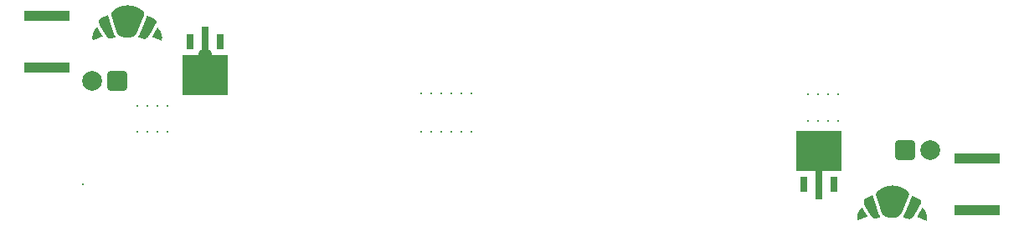
<source format=gbs>
G04*
G04 #@! TF.GenerationSoftware,Altium Limited,Altium Designer,20.1.12 (249)*
G04*
G04 Layer_Color=16711935*
%FSLAX25Y25*%
%MOIN*%
G70*
G04*
G04 #@! TF.SameCoordinates,B43397F4-0A5E-4D4A-B50E-CAD48B1EF134*
G04*
G04*
G04 #@! TF.FilePolarity,Negative*
G04*
G01*
G75*
%ADD14R,0.17953X0.03937*%
%ADD20C,0.00800*%
%ADD21R,0.18438X0.15879*%
%ADD22R,0.02965X0.12099*%
%ADD23R,0.02965X0.06312*%
%ADD24C,0.07887*%
G04:AMPARAMS|DCode=25|XSize=78.87mil|YSize=78.87mil|CornerRadius=12.86mil|HoleSize=0mil|Usage=FLASHONLY|Rotation=0.000|XOffset=0mil|YOffset=0mil|HoleType=Round|Shape=RoundedRectangle|*
%AMROUNDEDRECTD25*
21,1,0.07887,0.05315,0,0,0.0*
21,1,0.05315,0.07887,0,0,0.0*
1,1,0.02572,0.02657,-0.02657*
1,1,0.02572,-0.02657,-0.02657*
1,1,0.02572,-0.02657,0.02657*
1,1,0.02572,0.02657,0.02657*
%
%ADD25ROUNDEDRECTD25*%
%ADD26C,0.02769*%
%ADD27C,0.05800*%
G36*
X45198Y100029D02*
X45913D01*
Y99969D01*
X46211D01*
Y99909D01*
X46569D01*
Y99850D01*
X46748D01*
Y99790D01*
X47046D01*
Y99731D01*
X47225D01*
Y99671D01*
X47463D01*
Y99611D01*
X47642D01*
Y99552D01*
X47821D01*
Y99492D01*
X48000D01*
Y99432D01*
X48119D01*
Y99373D01*
X48298D01*
Y99313D01*
X48477D01*
Y99254D01*
X48596D01*
Y99194D01*
X48715D01*
Y99134D01*
X48834D01*
Y99075D01*
X48954D01*
Y99015D01*
X49073D01*
Y98956D01*
X49192D01*
Y98896D01*
X49311D01*
Y98836D01*
X49431D01*
Y98777D01*
X49550D01*
Y98717D01*
X49609D01*
Y98658D01*
X49729D01*
Y98598D01*
X49848D01*
Y98538D01*
X49907D01*
Y98479D01*
X50027D01*
Y98419D01*
X50086D01*
Y98359D01*
X50205D01*
Y98300D01*
X50265D01*
Y98240D01*
X50325D01*
Y98181D01*
X50444D01*
Y98121D01*
X50504D01*
Y98061D01*
X50563D01*
Y98002D01*
X50623D01*
Y97942D01*
X50682D01*
Y97882D01*
X50742D01*
Y97823D01*
X50802D01*
Y97763D01*
X50861D01*
Y97704D01*
X50921D01*
Y97644D01*
X50981D01*
Y97584D01*
X51040D01*
Y97525D01*
Y97465D01*
X51100D01*
Y97405D01*
X51159D01*
Y97346D01*
Y97286D01*
X51219D01*
Y97227D01*
Y97167D01*
X51279D01*
Y97107D01*
Y97048D01*
Y96988D01*
X51338D01*
Y96929D01*
Y96869D01*
Y96809D01*
Y96750D01*
Y96690D01*
Y96631D01*
Y96571D01*
Y96511D01*
Y96452D01*
Y96392D01*
Y96332D01*
Y96273D01*
X51279D01*
Y96213D01*
Y96153D01*
Y96094D01*
X51219D01*
Y96034D01*
Y95975D01*
Y95915D01*
Y95855D01*
X51159D01*
Y95796D01*
Y95736D01*
Y95677D01*
X51100D01*
Y95617D01*
Y95557D01*
X51040D01*
Y95498D01*
Y95438D01*
Y95379D01*
X50981D01*
Y95319D01*
Y95259D01*
X50921D01*
Y95200D01*
Y95140D01*
Y95080D01*
X50861D01*
Y95021D01*
Y94961D01*
X50802D01*
Y94902D01*
Y94842D01*
Y94782D01*
X50742D01*
Y94723D01*
Y94663D01*
Y94604D01*
X50682D01*
Y94544D01*
Y94484D01*
X50623D01*
Y94425D01*
Y94365D01*
Y94305D01*
X50563D01*
Y94246D01*
Y94186D01*
X50504D01*
Y94126D01*
Y94067D01*
X50444D01*
Y94007D01*
Y93948D01*
Y93888D01*
X50384D01*
Y93828D01*
Y93769D01*
X50325D01*
Y93709D01*
Y93650D01*
Y93590D01*
X50265D01*
Y93530D01*
Y93471D01*
X50205D01*
Y93411D01*
Y93352D01*
Y93292D01*
X50146D01*
Y93232D01*
Y93173D01*
X50086D01*
Y93113D01*
Y93053D01*
Y92994D01*
X50027D01*
Y92934D01*
Y92875D01*
X49967D01*
Y92815D01*
Y92755D01*
Y92696D01*
X49907D01*
Y92636D01*
Y92576D01*
X49848D01*
Y92517D01*
Y92457D01*
X49788D01*
Y92398D01*
Y92338D01*
Y92278D01*
X49729D01*
Y92219D01*
Y92159D01*
Y92099D01*
X49669D01*
Y92040D01*
Y91980D01*
X49609D01*
Y91921D01*
Y91861D01*
Y91802D01*
X49550D01*
Y91742D01*
Y91682D01*
X49490D01*
Y91623D01*
Y91563D01*
Y91503D01*
X49431D01*
Y91444D01*
Y91384D01*
X49371D01*
Y91325D01*
Y91265D01*
Y91205D01*
X49311D01*
Y91146D01*
Y91086D01*
X49252D01*
Y91026D01*
Y90967D01*
Y90907D01*
X49192D01*
Y90848D01*
Y90788D01*
X49132D01*
Y90728D01*
Y90669D01*
X49073D01*
Y90609D01*
Y90549D01*
Y90490D01*
X49013D01*
Y90430D01*
Y90371D01*
Y90311D01*
X48954D01*
Y90251D01*
Y90192D01*
X48894D01*
Y90132D01*
Y90073D01*
Y90013D01*
X48834D01*
Y89953D01*
Y89894D01*
X48775D01*
Y89834D01*
Y89775D01*
X48715D01*
Y89715D01*
Y89655D01*
X48655D01*
Y89596D01*
Y89536D01*
Y89476D01*
X48596D01*
Y89417D01*
Y89357D01*
X48536D01*
Y89297D01*
Y89238D01*
X48477D01*
Y89178D01*
Y89119D01*
X48417D01*
Y89059D01*
Y88999D01*
X48357D01*
Y88940D01*
X48298D01*
Y88880D01*
Y88821D01*
X48238D01*
Y88761D01*
Y88701D01*
X48178D01*
Y88642D01*
X48119D01*
Y88582D01*
Y88522D01*
X48059D01*
Y88463D01*
X48000D01*
Y88403D01*
X47940D01*
Y88344D01*
X47880D01*
Y88284D01*
X47821D01*
Y88224D01*
X47761D01*
Y88165D01*
X47701D01*
Y88105D01*
X47642D01*
Y88046D01*
X47582D01*
Y87986D01*
X47523D01*
Y87926D01*
X47463D01*
Y87867D01*
X47344D01*
Y87807D01*
X47225D01*
Y87748D01*
X47165D01*
Y87688D01*
X47046D01*
Y87628D01*
X46927D01*
Y87569D01*
X46807D01*
Y87509D01*
X46628D01*
Y87449D01*
X46450D01*
Y87390D01*
X46330D01*
Y87330D01*
X46092D01*
Y87270D01*
X45853D01*
Y87211D01*
X45496D01*
Y87151D01*
X44721D01*
Y87092D01*
X44542D01*
Y87151D01*
X43707D01*
Y87211D01*
X43290D01*
Y87270D01*
X43111D01*
Y87330D01*
X42813D01*
Y87390D01*
X42634D01*
Y87449D01*
X42455D01*
Y87509D01*
X42276D01*
Y87569D01*
X42097D01*
Y87628D01*
X41978D01*
Y87688D01*
X41859D01*
Y87748D01*
X41740D01*
Y87807D01*
X41621D01*
Y87867D01*
X41501D01*
Y87926D01*
X41382D01*
Y87986D01*
X41322D01*
Y88046D01*
X41263D01*
Y88105D01*
X41144D01*
Y88165D01*
X41084D01*
Y88224D01*
X41024D01*
Y88284D01*
X40965D01*
Y88344D01*
X40905D01*
Y88403D01*
Y88463D01*
X40846D01*
Y88522D01*
X40786D01*
Y88582D01*
X40726D01*
Y88642D01*
Y88701D01*
X40667D01*
Y88761D01*
Y88821D01*
X40607D01*
Y88880D01*
Y88940D01*
X40547D01*
Y88999D01*
Y89059D01*
X40488D01*
Y89119D01*
Y89178D01*
X40428D01*
Y89238D01*
Y89297D01*
Y89357D01*
X40369D01*
Y89417D01*
Y89476D01*
X40309D01*
Y89536D01*
Y89596D01*
Y89655D01*
X40249D01*
Y89715D01*
Y89775D01*
Y89834D01*
Y89894D01*
X40190D01*
Y89953D01*
Y90013D01*
Y90073D01*
X40130D01*
Y90132D01*
Y90192D01*
Y90251D01*
X40071D01*
Y90311D01*
Y90371D01*
Y90430D01*
X40011D01*
Y90490D01*
Y90549D01*
Y90609D01*
X39951D01*
Y90669D01*
Y90728D01*
Y90788D01*
X39892D01*
Y90848D01*
Y90907D01*
Y90967D01*
Y91026D01*
X39832D01*
Y91086D01*
Y91146D01*
Y91205D01*
X39772D01*
Y91265D01*
Y91325D01*
Y91384D01*
X39713D01*
Y91444D01*
Y91503D01*
Y91563D01*
Y91623D01*
X39653D01*
Y91682D01*
Y91742D01*
Y91802D01*
X39594D01*
Y91861D01*
Y91921D01*
Y91980D01*
X39534D01*
Y92040D01*
Y92099D01*
Y92159D01*
X39474D01*
Y92219D01*
Y92278D01*
Y92338D01*
X39415D01*
Y92398D01*
Y92457D01*
Y92517D01*
X39355D01*
Y92576D01*
Y92636D01*
Y92696D01*
Y92755D01*
X39296D01*
Y92815D01*
Y92875D01*
Y92934D01*
X39236D01*
Y92994D01*
Y93053D01*
Y93113D01*
X39176D01*
Y93173D01*
Y93232D01*
Y93292D01*
X39117D01*
Y93352D01*
Y93411D01*
Y93471D01*
X39057D01*
Y93530D01*
Y93590D01*
Y93650D01*
X38997D01*
Y93709D01*
Y93769D01*
Y93828D01*
Y93888D01*
X38938D01*
Y93948D01*
Y94007D01*
Y94067D01*
X38878D01*
Y94126D01*
Y94186D01*
Y94246D01*
X38818D01*
Y94305D01*
Y94365D01*
Y94425D01*
X38759D01*
Y94484D01*
Y94544D01*
Y94604D01*
X38699D01*
Y94663D01*
Y94723D01*
Y94782D01*
X38640D01*
Y94842D01*
Y94902D01*
Y94961D01*
Y95021D01*
X38580D01*
Y95080D01*
Y95140D01*
Y95200D01*
X38521D01*
Y95259D01*
Y95319D01*
Y95379D01*
X38461D01*
Y95438D01*
Y95498D01*
Y95557D01*
X38401D01*
Y95617D01*
Y95677D01*
X38342D01*
Y95736D01*
Y95796D01*
Y95855D01*
Y95915D01*
X38282D01*
Y95975D01*
Y96034D01*
Y96094D01*
Y96153D01*
X38222D01*
Y96213D01*
Y96273D01*
Y96332D01*
Y96392D01*
Y96452D01*
Y96511D01*
Y96571D01*
Y96631D01*
Y96690D01*
X38282D01*
Y96750D01*
Y96809D01*
Y96869D01*
Y96929D01*
X38342D01*
Y96988D01*
Y97048D01*
X38401D01*
Y97107D01*
Y97167D01*
X38461D01*
Y97227D01*
X38521D01*
Y97286D01*
Y97346D01*
X38580D01*
Y97405D01*
X38640D01*
Y97465D01*
X38699D01*
Y97525D01*
Y97584D01*
X38759D01*
Y97644D01*
X38818D01*
Y97704D01*
X38878D01*
Y97763D01*
X38938D01*
Y97823D01*
X38997D01*
Y97882D01*
X39117D01*
Y97942D01*
X39176D01*
Y98002D01*
X39236D01*
Y98061D01*
X39296D01*
Y98121D01*
X39355D01*
Y98181D01*
X39474D01*
Y98240D01*
X39534D01*
Y98300D01*
X39594D01*
Y98359D01*
X39713D01*
Y98419D01*
X39772D01*
Y98479D01*
X39892D01*
Y98538D01*
X39951D01*
Y98598D01*
X40071D01*
Y98658D01*
X40130D01*
Y98717D01*
X40249D01*
Y98777D01*
X40369D01*
Y98836D01*
X40428D01*
Y98896D01*
X40547D01*
Y98956D01*
X40667D01*
Y99015D01*
X40786D01*
Y99075D01*
X40905D01*
Y99134D01*
X41024D01*
Y99194D01*
X41144D01*
Y99254D01*
X41263D01*
Y99313D01*
X41442D01*
Y99373D01*
X41561D01*
Y99432D01*
X41680D01*
Y99492D01*
X41859D01*
Y99552D01*
X42038D01*
Y99611D01*
X42217D01*
Y99671D01*
X42396D01*
Y99731D01*
X42575D01*
Y99790D01*
X42873D01*
Y99850D01*
X43051D01*
Y99909D01*
X43409D01*
Y99969D01*
X43648D01*
Y100029D01*
X44363D01*
Y100088D01*
X45198D01*
Y100029D01*
D02*
G37*
G36*
X36970Y96094D02*
Y96034D01*
Y95975D01*
X37030D01*
Y95915D01*
Y95855D01*
Y95796D01*
Y95736D01*
X37090D01*
Y95677D01*
Y95617D01*
Y95557D01*
Y95498D01*
X37149D01*
Y95438D01*
Y95379D01*
Y95319D01*
X37209D01*
Y95259D01*
Y95200D01*
Y95140D01*
X37268D01*
Y95080D01*
Y95021D01*
Y94961D01*
X37328D01*
Y94902D01*
Y94842D01*
Y94782D01*
X37388D01*
Y94723D01*
Y94663D01*
Y94604D01*
X37447D01*
Y94544D01*
Y94484D01*
Y94425D01*
X37507D01*
Y94365D01*
Y94305D01*
Y94246D01*
Y94186D01*
X37567D01*
Y94126D01*
Y94067D01*
Y94007D01*
X37626D01*
Y93948D01*
Y93888D01*
Y93828D01*
X37686D01*
Y93769D01*
Y93709D01*
Y93650D01*
X37745D01*
Y93590D01*
Y93530D01*
Y93471D01*
X37805D01*
Y93411D01*
Y93352D01*
Y93292D01*
Y93232D01*
X37865D01*
Y93173D01*
Y93113D01*
X37924D01*
Y93053D01*
Y92994D01*
Y92934D01*
Y92875D01*
X37984D01*
Y92815D01*
Y92755D01*
Y92696D01*
X38043D01*
Y92636D01*
Y92576D01*
Y92517D01*
X38103D01*
Y92457D01*
Y92398D01*
Y92338D01*
Y92278D01*
X38163D01*
Y92219D01*
Y92159D01*
X38222D01*
Y92099D01*
Y92040D01*
Y91980D01*
Y91921D01*
X38282D01*
Y91861D01*
Y91802D01*
Y91742D01*
X38342D01*
Y91682D01*
Y91623D01*
Y91563D01*
X38401D01*
Y91503D01*
Y91444D01*
Y91384D01*
Y91325D01*
X38461D01*
Y91265D01*
Y91205D01*
X38521D01*
Y91146D01*
Y91086D01*
Y91026D01*
Y90967D01*
X38580D01*
Y90907D01*
Y90848D01*
X38640D01*
Y90788D01*
Y90728D01*
Y90669D01*
Y90609D01*
X38699D01*
Y90549D01*
Y90490D01*
Y90430D01*
X38759D01*
Y90371D01*
Y90311D01*
Y90251D01*
X38818D01*
Y90192D01*
Y90132D01*
Y90073D01*
Y90013D01*
X38878D01*
Y89953D01*
Y89894D01*
X38938D01*
Y89834D01*
Y89775D01*
Y89715D01*
Y89655D01*
X38997D01*
Y89596D01*
Y89536D01*
Y89476D01*
X39057D01*
Y89417D01*
Y89357D01*
Y89297D01*
X39117D01*
Y89238D01*
Y89178D01*
Y89119D01*
X39176D01*
Y89059D01*
Y88999D01*
Y88940D01*
X39236D01*
Y88880D01*
Y88821D01*
Y88761D01*
X39296D01*
Y88701D01*
Y88642D01*
X39355D01*
Y88582D01*
Y88522D01*
X39415D01*
Y88463D01*
Y88403D01*
X39474D01*
Y88344D01*
Y88284D01*
X39534D01*
Y88224D01*
Y88165D01*
X39594D01*
Y88105D01*
Y88046D01*
X39653D01*
Y87986D01*
Y87926D01*
X39713D01*
Y87867D01*
X39772D01*
Y87807D01*
X39832D01*
Y87748D01*
Y87688D01*
X39892D01*
Y87628D01*
X39951D01*
Y87569D01*
X40011D01*
Y87509D01*
X40071D01*
Y87449D01*
X39951D01*
Y87390D01*
X39832D01*
Y87330D01*
X39653D01*
Y87270D01*
X39534D01*
Y87211D01*
X39415D01*
Y87151D01*
X39236D01*
Y87092D01*
X39117D01*
Y87032D01*
X38938D01*
Y86972D01*
X38818D01*
Y86913D01*
X38640D01*
Y86853D01*
X38461D01*
Y86794D01*
X38222D01*
Y86734D01*
X37447D01*
Y86794D01*
X37328D01*
Y86853D01*
X37209D01*
Y86913D01*
X37149D01*
Y86972D01*
X37090D01*
Y87032D01*
X36970D01*
Y87092D01*
X36911D01*
Y87151D01*
X36851D01*
Y87211D01*
X36792D01*
Y87270D01*
X36732D01*
Y87330D01*
Y87390D01*
X36672D01*
Y87449D01*
X36613D01*
Y87509D01*
X36553D01*
Y87569D01*
X36494D01*
Y87628D01*
Y87688D01*
X36434D01*
Y87748D01*
X36374D01*
Y87807D01*
X36315D01*
Y87867D01*
Y87926D01*
X36255D01*
Y87986D01*
X36195D01*
Y88046D01*
Y88105D01*
X36136D01*
Y88165D01*
X36076D01*
Y88224D01*
Y88284D01*
X36016D01*
Y88344D01*
X35957D01*
Y88403D01*
Y88463D01*
X35897D01*
Y88522D01*
X35838D01*
Y88582D01*
Y88642D01*
X35778D01*
Y88701D01*
X35718D01*
Y88761D01*
Y88821D01*
X35659D01*
Y88880D01*
X35599D01*
Y88940D01*
Y88999D01*
X35540D01*
Y89059D01*
X35480D01*
Y89119D01*
Y89178D01*
X35420D01*
Y89238D01*
Y89297D01*
X35361D01*
Y89357D01*
X35301D01*
Y89417D01*
Y89476D01*
X35241D01*
Y89536D01*
X35182D01*
Y89596D01*
Y89655D01*
X35122D01*
Y89715D01*
Y89775D01*
X35063D01*
Y89834D01*
X35003D01*
Y89894D01*
Y89953D01*
X34943D01*
Y90013D01*
Y90073D01*
X34884D01*
Y90132D01*
X34824D01*
Y90192D01*
Y90251D01*
X34765D01*
Y90311D01*
X34705D01*
Y90371D01*
Y90430D01*
X34645D01*
Y90490D01*
Y90549D01*
X34586D01*
Y90609D01*
X34526D01*
Y90669D01*
Y90728D01*
X34466D01*
Y90788D01*
Y90848D01*
X34407D01*
Y90907D01*
X34347D01*
Y90967D01*
Y91026D01*
X34288D01*
Y91086D01*
Y91146D01*
X34228D01*
Y91205D01*
X34168D01*
Y91265D01*
Y91325D01*
X34109D01*
Y91384D01*
X34049D01*
Y91444D01*
Y91503D01*
X33990D01*
Y91563D01*
Y91623D01*
X33930D01*
Y91682D01*
Y91742D01*
X33870D01*
Y91802D01*
Y91861D01*
X33811D01*
Y91921D01*
Y91980D01*
X33751D01*
Y92040D01*
Y92099D01*
Y92159D01*
X33691D01*
Y92219D01*
Y92278D01*
X33632D01*
Y92338D01*
Y92398D01*
X33572D01*
Y92457D01*
Y92517D01*
Y92576D01*
X33513D01*
Y92636D01*
Y92696D01*
Y92755D01*
X33453D01*
Y92815D01*
Y92875D01*
X33393D01*
Y92934D01*
Y92994D01*
Y93053D01*
Y93113D01*
X33334D01*
Y93173D01*
Y93232D01*
Y93292D01*
Y93352D01*
Y93411D01*
Y93471D01*
Y93530D01*
Y93590D01*
Y93650D01*
Y93709D01*
Y93769D01*
Y93828D01*
Y93888D01*
Y93948D01*
X33393D01*
Y94007D01*
Y94067D01*
X33453D01*
Y94126D01*
Y94186D01*
X33513D01*
Y94246D01*
Y94305D01*
X33572D01*
Y94365D01*
X33632D01*
Y94425D01*
X33691D01*
Y94484D01*
X33751D01*
Y94544D01*
X33811D01*
Y94604D01*
X33870D01*
Y94663D01*
X33930D01*
Y94723D01*
X34049D01*
Y94782D01*
X34109D01*
Y94842D01*
X34168D01*
Y94902D01*
X34288D01*
Y94961D01*
X34407D01*
Y95021D01*
X34466D01*
Y95080D01*
X34586D01*
Y95140D01*
X34705D01*
Y95200D01*
X34824D01*
Y95259D01*
X34943D01*
Y95319D01*
X35003D01*
Y95379D01*
X35182D01*
Y95438D01*
X35301D01*
Y95498D01*
X35420D01*
Y95557D01*
X35540D01*
Y95617D01*
X35659D01*
Y95677D01*
X35838D01*
Y95736D01*
X35957D01*
Y95796D01*
X36136D01*
Y95855D01*
X36255D01*
Y95915D01*
X36434D01*
Y95975D01*
X36553D01*
Y96034D01*
X36732D01*
Y96094D01*
X36911D01*
Y96153D01*
X36970D01*
Y96094D01*
D02*
G37*
G36*
X52709Y95855D02*
X52829D01*
Y95796D01*
X53008D01*
Y95736D01*
X53127D01*
Y95677D01*
X53246D01*
Y95617D01*
X53425D01*
Y95557D01*
X53544D01*
Y95498D01*
X53723D01*
Y95438D01*
X53782D01*
Y95379D01*
X53961D01*
Y95319D01*
X54081D01*
Y95259D01*
X54200D01*
Y95200D01*
X54319D01*
Y95140D01*
X54438D01*
Y95080D01*
X54617D01*
Y95021D01*
X54677D01*
Y94961D01*
X54796D01*
Y94902D01*
X54915D01*
Y94842D01*
X55035D01*
Y94782D01*
X55154D01*
Y94723D01*
X55213D01*
Y94663D01*
X55333D01*
Y94604D01*
X55452D01*
Y94544D01*
X55511D01*
Y94484D01*
X55631D01*
Y94425D01*
X55690D01*
Y94365D01*
X55809D01*
Y94305D01*
X55869D01*
Y94246D01*
X55929D01*
Y94186D01*
X55988D01*
Y94126D01*
X56048D01*
Y94067D01*
X56108D01*
Y94007D01*
X56167D01*
Y93948D01*
Y93888D01*
X56227D01*
Y93828D01*
Y93769D01*
X56287D01*
Y93709D01*
Y93650D01*
Y93590D01*
Y93530D01*
Y93471D01*
Y93411D01*
Y93352D01*
Y93292D01*
X56227D01*
Y93232D01*
Y93173D01*
X56167D01*
Y93113D01*
Y93053D01*
Y92994D01*
X56108D01*
Y92934D01*
Y92875D01*
X56048D01*
Y92815D01*
Y92755D01*
X55988D01*
Y92696D01*
Y92636D01*
X55929D01*
Y92576D01*
Y92517D01*
X55869D01*
Y92457D01*
Y92398D01*
X55809D01*
Y92338D01*
X55750D01*
Y92278D01*
Y92219D01*
X55690D01*
Y92159D01*
Y92099D01*
X55631D01*
Y92040D01*
Y91980D01*
X55571D01*
Y91921D01*
Y91861D01*
X55511D01*
Y91802D01*
X55452D01*
Y91742D01*
Y91682D01*
X55392D01*
Y91623D01*
Y91563D01*
X55333D01*
Y91503D01*
Y91444D01*
X55273D01*
Y91384D01*
Y91325D01*
X55213D01*
Y91265D01*
Y91205D01*
X55154D01*
Y91146D01*
Y91086D01*
X55094D01*
Y91026D01*
X55035D01*
Y90967D01*
Y90907D01*
X54975D01*
Y90848D01*
Y90788D01*
X54915D01*
Y90728D01*
Y90669D01*
X54856D01*
Y90609D01*
Y90549D01*
X54796D01*
Y90490D01*
X54736D01*
Y90430D01*
Y90371D01*
X54677D01*
Y90311D01*
Y90251D01*
X54617D01*
Y90192D01*
Y90132D01*
X54558D01*
Y90073D01*
Y90013D01*
X54498D01*
Y89953D01*
X54438D01*
Y89894D01*
Y89834D01*
X54379D01*
Y89775D01*
Y89715D01*
X54319D01*
Y89655D01*
Y89596D01*
X54260D01*
Y89536D01*
Y89476D01*
X54200D01*
Y89417D01*
Y89357D01*
X54140D01*
Y89297D01*
Y89238D01*
X54081D01*
Y89178D01*
X54021D01*
Y89119D01*
Y89059D01*
X53961D01*
Y88999D01*
Y88940D01*
X53902D01*
Y88880D01*
Y88821D01*
X53842D01*
Y88761D01*
Y88701D01*
X53782D01*
Y88642D01*
X53723D01*
Y88582D01*
Y88522D01*
X53663D01*
Y88463D01*
Y88403D01*
X53604D01*
Y88344D01*
Y88284D01*
X53544D01*
Y88224D01*
Y88165D01*
X53484D01*
Y88105D01*
X53425D01*
Y88046D01*
X53365D01*
Y87986D01*
Y87926D01*
X53306D01*
Y87867D01*
X53246D01*
Y87807D01*
X53186D01*
Y87748D01*
X53127D01*
Y87688D01*
Y87628D01*
X53067D01*
Y87569D01*
X53008D01*
Y87509D01*
X52948D01*
Y87449D01*
X52888D01*
Y87390D01*
X52829D01*
Y87330D01*
X52769D01*
Y87270D01*
X52709D01*
Y87211D01*
X52650D01*
Y87151D01*
X52590D01*
Y87092D01*
X52531D01*
Y87032D01*
X52471D01*
Y86972D01*
X52352D01*
Y86913D01*
X52292D01*
Y86853D01*
X52173D01*
Y86794D01*
X52054D01*
Y86734D01*
X51875D01*
Y86674D01*
X51040D01*
Y86734D01*
X50742D01*
Y86794D01*
X50504D01*
Y86853D01*
X50325D01*
Y86913D01*
X50086D01*
Y86972D01*
X49967D01*
Y87032D01*
X49788D01*
Y87092D01*
X49609D01*
Y87151D01*
X49490D01*
Y87211D01*
X49311D01*
Y87270D01*
X49192D01*
Y87330D01*
X49013D01*
Y87390D01*
X48894D01*
Y87449D01*
X48834D01*
Y87509D01*
X48894D01*
Y87569D01*
X48954D01*
Y87628D01*
Y87688D01*
X49013D01*
Y87748D01*
X49073D01*
Y87807D01*
X49132D01*
Y87867D01*
X49192D01*
Y87926D01*
Y87986D01*
X49252D01*
Y88046D01*
X49311D01*
Y88105D01*
Y88165D01*
X49371D01*
Y88224D01*
X49431D01*
Y88284D01*
Y88344D01*
X49490D01*
Y88403D01*
Y88463D01*
X49550D01*
Y88522D01*
Y88582D01*
X49609D01*
Y88642D01*
Y88701D01*
X49669D01*
Y88761D01*
Y88821D01*
X49729D01*
Y88880D01*
Y88940D01*
X49788D01*
Y88999D01*
Y89059D01*
X49848D01*
Y89119D01*
Y89178D01*
X49907D01*
Y89238D01*
Y89297D01*
Y89357D01*
X49967D01*
Y89417D01*
Y89476D01*
X50027D01*
Y89536D01*
Y89596D01*
X50086D01*
Y89655D01*
Y89715D01*
Y89775D01*
X50146D01*
Y89834D01*
Y89894D01*
X50205D01*
Y89953D01*
Y90013D01*
Y90073D01*
X50265D01*
Y90132D01*
Y90192D01*
X50325D01*
Y90251D01*
Y90311D01*
Y90371D01*
X50384D01*
Y90430D01*
Y90490D01*
X50444D01*
Y90549D01*
Y90609D01*
Y90669D01*
X50504D01*
Y90728D01*
Y90788D01*
X50563D01*
Y90848D01*
Y90907D01*
Y90967D01*
X50623D01*
Y91026D01*
Y91086D01*
X50682D01*
Y91146D01*
Y91205D01*
Y91265D01*
X50742D01*
Y91325D01*
Y91384D01*
X50802D01*
Y91444D01*
Y91503D01*
Y91563D01*
X50861D01*
Y91623D01*
Y91682D01*
X50921D01*
Y91742D01*
Y91802D01*
Y91861D01*
X50981D01*
Y91921D01*
Y91980D01*
X51040D01*
Y92040D01*
Y92099D01*
Y92159D01*
X51100D01*
Y92219D01*
Y92278D01*
X51159D01*
Y92338D01*
Y92398D01*
Y92457D01*
X51219D01*
Y92517D01*
Y92576D01*
X51279D01*
Y92636D01*
Y92696D01*
X51338D01*
Y92755D01*
Y92815D01*
Y92875D01*
X51398D01*
Y92934D01*
Y92994D01*
Y93053D01*
X51457D01*
Y93113D01*
Y93173D01*
X51517D01*
Y93232D01*
Y93292D01*
X51577D01*
Y93352D01*
Y93411D01*
Y93471D01*
X51636D01*
Y93530D01*
Y93590D01*
X51696D01*
Y93650D01*
Y93709D01*
Y93769D01*
X51755D01*
Y93828D01*
Y93888D01*
X51815D01*
Y93948D01*
Y94007D01*
Y94067D01*
X51875D01*
Y94126D01*
Y94186D01*
X51934D01*
Y94246D01*
Y94305D01*
Y94365D01*
X51994D01*
Y94425D01*
Y94484D01*
X52054D01*
Y94544D01*
Y94604D01*
Y94663D01*
X52113D01*
Y94723D01*
Y94782D01*
X52173D01*
Y94842D01*
Y94902D01*
Y94961D01*
X52232D01*
Y95021D01*
Y95080D01*
X52292D01*
Y95140D01*
Y95200D01*
Y95259D01*
X52352D01*
Y95319D01*
Y95379D01*
Y95438D01*
X52411D01*
Y95498D01*
Y95557D01*
Y95617D01*
X52471D01*
Y95677D01*
Y95736D01*
Y95796D01*
X52531D01*
Y95855D01*
Y95915D01*
X52709D01*
Y95855D01*
D02*
G37*
G36*
X32738Y91265D02*
Y91205D01*
X32797D01*
Y91146D01*
Y91086D01*
X32857D01*
Y91026D01*
Y90967D01*
X32916D01*
Y90907D01*
Y90848D01*
X32976D01*
Y90788D01*
Y90728D01*
X33036D01*
Y90669D01*
X33095D01*
Y90609D01*
Y90549D01*
X33155D01*
Y90490D01*
X33215D01*
Y90430D01*
Y90371D01*
X33274D01*
Y90311D01*
Y90251D01*
X33334D01*
Y90192D01*
X33393D01*
Y90132D01*
Y90073D01*
X33453D01*
Y90013D01*
Y89953D01*
X33513D01*
Y89894D01*
X33572D01*
Y89834D01*
Y89775D01*
X33632D01*
Y89715D01*
Y89655D01*
X33691D01*
Y89596D01*
X33751D01*
Y89536D01*
Y89476D01*
X33811D01*
Y89417D01*
Y89357D01*
X33870D01*
Y89297D01*
X33930D01*
Y89238D01*
Y89178D01*
X33990D01*
Y89119D01*
X34049D01*
Y89059D01*
Y88999D01*
X34109D01*
Y88940D01*
Y88880D01*
X34168D01*
Y88821D01*
X34228D01*
Y88761D01*
Y88701D01*
X34288D01*
Y88642D01*
X34347D01*
Y88582D01*
Y88522D01*
X34407D01*
Y88463D01*
Y88403D01*
X34466D01*
Y88344D01*
X34526D01*
Y88284D01*
Y88224D01*
X34586D01*
Y88165D01*
X34645D01*
Y88105D01*
Y88046D01*
X34705D01*
Y87986D01*
X34765D01*
Y87926D01*
Y87867D01*
X34824D01*
Y87807D01*
X34884D01*
Y87748D01*
Y87688D01*
X34824D01*
Y87628D01*
X34645D01*
Y87569D01*
X34526D01*
Y87509D01*
X34347D01*
Y87449D01*
X34228D01*
Y87390D01*
X34109D01*
Y87330D01*
X33930D01*
Y87270D01*
X33811D01*
Y87211D01*
X33632D01*
Y87151D01*
X33513D01*
Y87092D01*
X33334D01*
Y87032D01*
X33215D01*
Y86972D01*
X33095D01*
Y86913D01*
X32916D01*
Y86853D01*
X32797D01*
Y86794D01*
X32678D01*
Y86734D01*
X32499D01*
Y86674D01*
X32380D01*
Y86615D01*
X32201D01*
Y86555D01*
X32082D01*
Y86496D01*
X31903D01*
Y86436D01*
X31784D01*
Y86376D01*
X31605D01*
Y86317D01*
X31426D01*
Y86257D01*
X31247D01*
Y86197D01*
X30830D01*
Y86257D01*
Y86317D01*
Y86376D01*
X30770D01*
Y86436D01*
Y86496D01*
Y86555D01*
Y86615D01*
Y86674D01*
Y86734D01*
Y86794D01*
Y86853D01*
X30711D01*
Y86913D01*
Y86972D01*
Y87032D01*
Y87092D01*
Y87151D01*
Y87211D01*
Y87270D01*
Y87330D01*
Y87390D01*
Y87449D01*
X30770D01*
Y87509D01*
Y87569D01*
Y87628D01*
Y87688D01*
Y87748D01*
Y87807D01*
Y87867D01*
Y87926D01*
Y87986D01*
X30830D01*
Y88046D01*
Y88105D01*
Y88165D01*
Y88224D01*
Y88284D01*
X30889D01*
Y88344D01*
Y88403D01*
Y88463D01*
Y88522D01*
X30949D01*
Y88582D01*
Y88642D01*
Y88701D01*
Y88761D01*
X31009D01*
Y88821D01*
Y88880D01*
Y88940D01*
X31068D01*
Y88999D01*
Y89059D01*
Y89119D01*
X31128D01*
Y89178D01*
Y89238D01*
X31187D01*
Y89297D01*
Y89357D01*
Y89417D01*
X31247D01*
Y89476D01*
Y89536D01*
X31307D01*
Y89596D01*
Y89655D01*
X31366D01*
Y89715D01*
Y89775D01*
X31426D01*
Y89834D01*
X31486D01*
Y89894D01*
Y89953D01*
X31545D01*
Y90013D01*
Y90073D01*
X31605D01*
Y90132D01*
X31664D01*
Y90192D01*
Y90251D01*
X31724D01*
Y90311D01*
X31784D01*
Y90371D01*
Y90430D01*
X31843D01*
Y90490D01*
X31903D01*
Y90549D01*
X31962D01*
Y90609D01*
X32022D01*
Y90669D01*
Y90728D01*
X32082D01*
Y90788D01*
X32141D01*
Y90848D01*
X32201D01*
Y90907D01*
X32261D01*
Y90967D01*
X32320D01*
Y91026D01*
X32380D01*
Y91086D01*
X32440D01*
Y91146D01*
X32499D01*
Y91205D01*
X32618D01*
Y91265D01*
X32678D01*
Y91325D01*
X32738D01*
Y91265D01*
D02*
G37*
G36*
X56644Y91146D02*
X56704D01*
Y91086D01*
X56823D01*
Y91026D01*
Y90967D01*
X56942D01*
Y90907D01*
X57002D01*
Y90848D01*
X57061D01*
Y90788D01*
X57121D01*
Y90728D01*
Y90669D01*
X57181D01*
Y90609D01*
X57240D01*
Y90549D01*
X57300D01*
Y90490D01*
X57360D01*
Y90430D01*
X57419D01*
Y90371D01*
Y90311D01*
X57479D01*
Y90251D01*
X57538D01*
Y90192D01*
X57598D01*
Y90132D01*
Y90073D01*
X57658D01*
Y90013D01*
X57717D01*
Y89953D01*
Y89894D01*
X57777D01*
Y89834D01*
Y89775D01*
X57837D01*
Y89715D01*
Y89655D01*
X57896D01*
Y89596D01*
Y89536D01*
X57956D01*
Y89476D01*
Y89417D01*
X58015D01*
Y89357D01*
Y89297D01*
X58075D01*
Y89238D01*
Y89178D01*
X58135D01*
Y89119D01*
Y89059D01*
Y88999D01*
X58194D01*
Y88940D01*
Y88880D01*
Y88821D01*
X58254D01*
Y88761D01*
Y88701D01*
Y88642D01*
X58314D01*
Y88582D01*
Y88522D01*
Y88463D01*
Y88403D01*
Y88344D01*
X58373D01*
Y88284D01*
Y88224D01*
Y88165D01*
Y88105D01*
X58433D01*
Y88046D01*
Y87986D01*
Y87926D01*
Y87867D01*
Y87807D01*
Y87748D01*
Y87688D01*
Y87628D01*
Y87569D01*
X58492D01*
Y87509D01*
Y87449D01*
Y87390D01*
Y87330D01*
Y87270D01*
Y87211D01*
Y87151D01*
Y87092D01*
Y87032D01*
Y86972D01*
Y86913D01*
Y86853D01*
Y86794D01*
Y86734D01*
X58433D01*
Y86674D01*
Y86615D01*
Y86555D01*
Y86496D01*
Y86436D01*
Y86376D01*
Y86317D01*
X58373D01*
Y86257D01*
Y86197D01*
Y86138D01*
X58314D01*
Y86078D01*
Y86019D01*
X58135D01*
Y86078D01*
X57896D01*
Y86138D01*
X57717D01*
Y86197D01*
X57538D01*
Y86257D01*
X57360D01*
Y86317D01*
X57240D01*
Y86376D01*
X57061D01*
Y86436D01*
X56942D01*
Y86496D01*
X56763D01*
Y86555D01*
X56644D01*
Y86615D01*
X56525D01*
Y86674D01*
X56346D01*
Y86734D01*
X56227D01*
Y86794D01*
X56108D01*
Y86853D01*
X55929D01*
Y86913D01*
X55809D01*
Y86972D01*
X55690D01*
Y87032D01*
X55511D01*
Y87092D01*
X55392D01*
Y87151D01*
X55213D01*
Y87211D01*
X55094D01*
Y87270D01*
X54975D01*
Y87330D01*
X54796D01*
Y87390D01*
X54677D01*
Y87449D01*
X54558D01*
Y87509D01*
X54617D01*
Y87569D01*
Y87628D01*
X54677D01*
Y87688D01*
Y87748D01*
X54736D01*
Y87807D01*
Y87867D01*
X54796D01*
Y87926D01*
X54856D01*
Y87986D01*
Y88046D01*
X54915D01*
Y88105D01*
Y88165D01*
X54975D01*
Y88224D01*
Y88284D01*
X55035D01*
Y88344D01*
Y88403D01*
X55094D01*
Y88463D01*
X55154D01*
Y88522D01*
Y88582D01*
X55213D01*
Y88642D01*
Y88701D01*
X55273D01*
Y88761D01*
Y88821D01*
X55333D01*
Y88880D01*
Y88940D01*
X55392D01*
Y88999D01*
Y89059D01*
X55452D01*
Y89119D01*
X55511D01*
Y89178D01*
Y89238D01*
X55571D01*
Y89297D01*
Y89357D01*
X55631D01*
Y89417D01*
Y89476D01*
X55690D01*
Y89536D01*
Y89596D01*
X55750D01*
Y89655D01*
Y89715D01*
X55809D01*
Y89775D01*
X55869D01*
Y89834D01*
Y89894D01*
X55929D01*
Y89953D01*
Y90013D01*
X55988D01*
Y90073D01*
Y90132D01*
X56048D01*
Y90192D01*
Y90251D01*
X56108D01*
Y90311D01*
X56167D01*
Y90371D01*
Y90430D01*
X56227D01*
Y90490D01*
Y90549D01*
X56287D01*
Y90609D01*
Y90669D01*
X56346D01*
Y90728D01*
Y90788D01*
X56406D01*
Y90848D01*
Y90907D01*
X56465D01*
Y90967D01*
X56525D01*
Y91026D01*
Y91086D01*
X56585D01*
Y91146D01*
Y91205D01*
X56644D01*
Y91146D01*
D02*
G37*
G36*
X349698Y28029D02*
X350413D01*
Y27969D01*
X350711D01*
Y27909D01*
X351069D01*
Y27850D01*
X351248D01*
Y27790D01*
X351546D01*
Y27731D01*
X351725D01*
Y27671D01*
X351963D01*
Y27611D01*
X352142D01*
Y27552D01*
X352321D01*
Y27492D01*
X352500D01*
Y27433D01*
X352619D01*
Y27373D01*
X352798D01*
Y27313D01*
X352977D01*
Y27254D01*
X353096D01*
Y27194D01*
X353215D01*
Y27134D01*
X353334D01*
Y27075D01*
X353453D01*
Y27015D01*
X353573D01*
Y26956D01*
X353692D01*
Y26896D01*
X353811D01*
Y26836D01*
X353930D01*
Y26777D01*
X354050D01*
Y26717D01*
X354109D01*
Y26658D01*
X354228D01*
Y26598D01*
X354348D01*
Y26538D01*
X354407D01*
Y26479D01*
X354527D01*
Y26419D01*
X354586D01*
Y26359D01*
X354706D01*
Y26300D01*
X354765D01*
Y26240D01*
X354825D01*
Y26180D01*
X354944D01*
Y26121D01*
X355004D01*
Y26061D01*
X355063D01*
Y26002D01*
X355123D01*
Y25942D01*
X355182D01*
Y25882D01*
X355242D01*
Y25823D01*
X355302D01*
Y25763D01*
X355361D01*
Y25704D01*
X355421D01*
Y25644D01*
X355481D01*
Y25584D01*
X355540D01*
Y25525D01*
Y25465D01*
X355600D01*
Y25405D01*
X355659D01*
Y25346D01*
Y25286D01*
X355719D01*
Y25227D01*
Y25167D01*
X355779D01*
Y25107D01*
Y25048D01*
Y24988D01*
X355838D01*
Y24929D01*
Y24869D01*
Y24809D01*
Y24750D01*
Y24690D01*
Y24631D01*
Y24571D01*
Y24511D01*
Y24452D01*
Y24392D01*
Y24332D01*
Y24273D01*
X355779D01*
Y24213D01*
Y24153D01*
Y24094D01*
X355719D01*
Y24034D01*
Y23975D01*
Y23915D01*
Y23855D01*
X355659D01*
Y23796D01*
Y23736D01*
Y23677D01*
X355600D01*
Y23617D01*
Y23557D01*
X355540D01*
Y23498D01*
Y23438D01*
Y23379D01*
X355481D01*
Y23319D01*
Y23259D01*
X355421D01*
Y23200D01*
Y23140D01*
Y23080D01*
X355361D01*
Y23021D01*
Y22961D01*
X355302D01*
Y22902D01*
Y22842D01*
Y22782D01*
X355242D01*
Y22723D01*
Y22663D01*
Y22603D01*
X355182D01*
Y22544D01*
Y22484D01*
X355123D01*
Y22425D01*
Y22365D01*
Y22305D01*
X355063D01*
Y22246D01*
Y22186D01*
X355004D01*
Y22127D01*
Y22067D01*
X354944D01*
Y22007D01*
Y21948D01*
Y21888D01*
X354884D01*
Y21828D01*
Y21769D01*
X354825D01*
Y21709D01*
Y21650D01*
Y21590D01*
X354765D01*
Y21530D01*
Y21471D01*
X354706D01*
Y21411D01*
Y21351D01*
Y21292D01*
X354646D01*
Y21232D01*
Y21173D01*
X354586D01*
Y21113D01*
Y21053D01*
Y20994D01*
X354527D01*
Y20934D01*
Y20875D01*
X354467D01*
Y20815D01*
Y20755D01*
Y20696D01*
X354407D01*
Y20636D01*
Y20576D01*
X354348D01*
Y20517D01*
Y20457D01*
X354288D01*
Y20398D01*
Y20338D01*
Y20278D01*
X354228D01*
Y20219D01*
Y20159D01*
Y20099D01*
X354169D01*
Y20040D01*
Y19980D01*
X354109D01*
Y19921D01*
Y19861D01*
Y19802D01*
X354050D01*
Y19742D01*
Y19682D01*
X353990D01*
Y19623D01*
Y19563D01*
Y19503D01*
X353930D01*
Y19444D01*
Y19384D01*
X353871D01*
Y19324D01*
Y19265D01*
Y19205D01*
X353811D01*
Y19146D01*
Y19086D01*
X353752D01*
Y19026D01*
Y18967D01*
Y18907D01*
X353692D01*
Y18848D01*
Y18788D01*
X353632D01*
Y18728D01*
Y18669D01*
X353573D01*
Y18609D01*
Y18550D01*
Y18490D01*
X353513D01*
Y18430D01*
Y18371D01*
Y18311D01*
X353453D01*
Y18251D01*
Y18192D01*
X353394D01*
Y18132D01*
Y18073D01*
Y18013D01*
X353334D01*
Y17953D01*
Y17894D01*
X353275D01*
Y17834D01*
Y17774D01*
X353215D01*
Y17715D01*
Y17655D01*
X353155D01*
Y17596D01*
Y17536D01*
Y17476D01*
X353096D01*
Y17417D01*
Y17357D01*
X353036D01*
Y17298D01*
Y17238D01*
X352977D01*
Y17178D01*
Y17119D01*
X352917D01*
Y17059D01*
Y16999D01*
X352857D01*
Y16940D01*
X352798D01*
Y16880D01*
Y16821D01*
X352738D01*
Y16761D01*
Y16701D01*
X352678D01*
Y16642D01*
X352619D01*
Y16582D01*
Y16522D01*
X352559D01*
Y16463D01*
X352500D01*
Y16403D01*
X352440D01*
Y16344D01*
X352380D01*
Y16284D01*
X352321D01*
Y16224D01*
X352261D01*
Y16165D01*
X352202D01*
Y16105D01*
X352142D01*
Y16046D01*
X352082D01*
Y15986D01*
X352023D01*
Y15926D01*
X351963D01*
Y15867D01*
X351844D01*
Y15807D01*
X351725D01*
Y15747D01*
X351665D01*
Y15688D01*
X351546D01*
Y15628D01*
X351427D01*
Y15569D01*
X351307D01*
Y15509D01*
X351128D01*
Y15449D01*
X350950D01*
Y15390D01*
X350830D01*
Y15330D01*
X350592D01*
Y15270D01*
X350353D01*
Y15211D01*
X349996D01*
Y15151D01*
X349221D01*
Y15092D01*
X349042D01*
Y15151D01*
X348207D01*
Y15211D01*
X347790D01*
Y15270D01*
X347611D01*
Y15330D01*
X347313D01*
Y15390D01*
X347134D01*
Y15449D01*
X346955D01*
Y15509D01*
X346776D01*
Y15569D01*
X346598D01*
Y15628D01*
X346478D01*
Y15688D01*
X346359D01*
Y15747D01*
X346240D01*
Y15807D01*
X346121D01*
Y15867D01*
X346001D01*
Y15926D01*
X345882D01*
Y15986D01*
X345823D01*
Y16046D01*
X345763D01*
Y16105D01*
X345644D01*
Y16165D01*
X345584D01*
Y16224D01*
X345524D01*
Y16284D01*
X345465D01*
Y16344D01*
X345405D01*
Y16403D01*
Y16463D01*
X345346D01*
Y16522D01*
X345286D01*
Y16582D01*
X345226D01*
Y16642D01*
Y16701D01*
X345167D01*
Y16761D01*
Y16821D01*
X345107D01*
Y16880D01*
Y16940D01*
X345047D01*
Y16999D01*
Y17059D01*
X344988D01*
Y17119D01*
Y17178D01*
X344928D01*
Y17238D01*
Y17298D01*
Y17357D01*
X344869D01*
Y17417D01*
Y17476D01*
X344809D01*
Y17536D01*
Y17596D01*
Y17655D01*
X344749D01*
Y17715D01*
Y17774D01*
Y17834D01*
Y17894D01*
X344690D01*
Y17953D01*
Y18013D01*
Y18073D01*
X344630D01*
Y18132D01*
Y18192D01*
Y18251D01*
X344570D01*
Y18311D01*
Y18371D01*
Y18430D01*
X344511D01*
Y18490D01*
Y18550D01*
Y18609D01*
X344451D01*
Y18669D01*
Y18728D01*
Y18788D01*
X344392D01*
Y18848D01*
Y18907D01*
Y18967D01*
Y19026D01*
X344332D01*
Y19086D01*
Y19146D01*
Y19205D01*
X344272D01*
Y19265D01*
Y19324D01*
Y19384D01*
X344213D01*
Y19444D01*
Y19503D01*
Y19563D01*
Y19623D01*
X344153D01*
Y19682D01*
Y19742D01*
Y19802D01*
X344094D01*
Y19861D01*
Y19921D01*
Y19980D01*
X344034D01*
Y20040D01*
Y20099D01*
Y20159D01*
X343974D01*
Y20219D01*
Y20278D01*
Y20338D01*
X343915D01*
Y20398D01*
Y20457D01*
Y20517D01*
X343855D01*
Y20576D01*
Y20636D01*
Y20696D01*
Y20755D01*
X343795D01*
Y20815D01*
Y20875D01*
Y20934D01*
X343736D01*
Y20994D01*
Y21053D01*
Y21113D01*
X343676D01*
Y21173D01*
Y21232D01*
Y21292D01*
X343617D01*
Y21351D01*
Y21411D01*
Y21471D01*
X343557D01*
Y21530D01*
Y21590D01*
Y21650D01*
X343497D01*
Y21709D01*
Y21769D01*
Y21828D01*
Y21888D01*
X343438D01*
Y21948D01*
Y22007D01*
Y22067D01*
X343378D01*
Y22127D01*
Y22186D01*
Y22246D01*
X343319D01*
Y22305D01*
Y22365D01*
Y22425D01*
X343259D01*
Y22484D01*
Y22544D01*
Y22603D01*
X343199D01*
Y22663D01*
Y22723D01*
Y22782D01*
X343140D01*
Y22842D01*
Y22902D01*
Y22961D01*
Y23021D01*
X343080D01*
Y23080D01*
Y23140D01*
Y23200D01*
X343021D01*
Y23259D01*
Y23319D01*
Y23379D01*
X342961D01*
Y23438D01*
Y23498D01*
Y23557D01*
X342901D01*
Y23617D01*
Y23677D01*
X342842D01*
Y23736D01*
Y23796D01*
Y23855D01*
Y23915D01*
X342782D01*
Y23975D01*
Y24034D01*
Y24094D01*
Y24153D01*
X342722D01*
Y24213D01*
Y24273D01*
Y24332D01*
Y24392D01*
Y24452D01*
Y24511D01*
Y24571D01*
Y24631D01*
Y24690D01*
X342782D01*
Y24750D01*
Y24809D01*
Y24869D01*
Y24929D01*
X342842D01*
Y24988D01*
Y25048D01*
X342901D01*
Y25107D01*
Y25167D01*
X342961D01*
Y25227D01*
X343021D01*
Y25286D01*
Y25346D01*
X343080D01*
Y25405D01*
X343140D01*
Y25465D01*
X343199D01*
Y25525D01*
Y25584D01*
X343259D01*
Y25644D01*
X343319D01*
Y25704D01*
X343378D01*
Y25763D01*
X343438D01*
Y25823D01*
X343497D01*
Y25882D01*
X343617D01*
Y25942D01*
X343676D01*
Y26002D01*
X343736D01*
Y26061D01*
X343795D01*
Y26121D01*
X343855D01*
Y26180D01*
X343974D01*
Y26240D01*
X344034D01*
Y26300D01*
X344094D01*
Y26359D01*
X344213D01*
Y26419D01*
X344272D01*
Y26479D01*
X344392D01*
Y26538D01*
X344451D01*
Y26598D01*
X344570D01*
Y26658D01*
X344630D01*
Y26717D01*
X344749D01*
Y26777D01*
X344869D01*
Y26836D01*
X344928D01*
Y26896D01*
X345047D01*
Y26956D01*
X345167D01*
Y27015D01*
X345286D01*
Y27075D01*
X345405D01*
Y27134D01*
X345524D01*
Y27194D01*
X345644D01*
Y27254D01*
X345763D01*
Y27313D01*
X345942D01*
Y27373D01*
X346061D01*
Y27433D01*
X346180D01*
Y27492D01*
X346359D01*
Y27552D01*
X346538D01*
Y27611D01*
X346717D01*
Y27671D01*
X346896D01*
Y27731D01*
X347074D01*
Y27790D01*
X347373D01*
Y27850D01*
X347551D01*
Y27909D01*
X347909D01*
Y27969D01*
X348148D01*
Y28029D01*
X348863D01*
Y28088D01*
X349698D01*
Y28029D01*
D02*
G37*
G36*
X341470Y24094D02*
Y24034D01*
Y23975D01*
X341530D01*
Y23915D01*
Y23855D01*
Y23796D01*
Y23736D01*
X341590D01*
Y23677D01*
Y23617D01*
Y23557D01*
Y23498D01*
X341649D01*
Y23438D01*
Y23379D01*
Y23319D01*
X341709D01*
Y23259D01*
Y23200D01*
Y23140D01*
X341769D01*
Y23080D01*
Y23021D01*
Y22961D01*
X341828D01*
Y22902D01*
Y22842D01*
Y22782D01*
X341888D01*
Y22723D01*
Y22663D01*
Y22603D01*
X341947D01*
Y22544D01*
Y22484D01*
Y22425D01*
X342007D01*
Y22365D01*
Y22305D01*
Y22246D01*
Y22186D01*
X342067D01*
Y22127D01*
Y22067D01*
Y22007D01*
X342126D01*
Y21948D01*
Y21888D01*
Y21828D01*
X342186D01*
Y21769D01*
Y21709D01*
Y21650D01*
X342245D01*
Y21590D01*
Y21530D01*
Y21471D01*
X342305D01*
Y21411D01*
Y21351D01*
Y21292D01*
Y21232D01*
X342365D01*
Y21173D01*
Y21113D01*
X342424D01*
Y21053D01*
Y20994D01*
Y20934D01*
Y20875D01*
X342484D01*
Y20815D01*
Y20755D01*
Y20696D01*
X342544D01*
Y20636D01*
Y20576D01*
Y20517D01*
X342603D01*
Y20457D01*
Y20398D01*
Y20338D01*
Y20278D01*
X342663D01*
Y20219D01*
Y20159D01*
X342722D01*
Y20099D01*
Y20040D01*
Y19980D01*
Y19921D01*
X342782D01*
Y19861D01*
Y19802D01*
Y19742D01*
X342842D01*
Y19682D01*
Y19623D01*
Y19563D01*
X342901D01*
Y19503D01*
Y19444D01*
Y19384D01*
Y19324D01*
X342961D01*
Y19265D01*
Y19205D01*
X343021D01*
Y19146D01*
Y19086D01*
Y19026D01*
Y18967D01*
X343080D01*
Y18907D01*
Y18848D01*
X343140D01*
Y18788D01*
Y18728D01*
Y18669D01*
Y18609D01*
X343199D01*
Y18550D01*
Y18490D01*
Y18430D01*
X343259D01*
Y18371D01*
Y18311D01*
Y18251D01*
X343319D01*
Y18192D01*
Y18132D01*
Y18073D01*
Y18013D01*
X343378D01*
Y17953D01*
Y17894D01*
X343438D01*
Y17834D01*
Y17774D01*
Y17715D01*
Y17655D01*
X343497D01*
Y17596D01*
Y17536D01*
Y17476D01*
X343557D01*
Y17417D01*
Y17357D01*
Y17298D01*
X343617D01*
Y17238D01*
Y17178D01*
Y17119D01*
X343676D01*
Y17059D01*
Y16999D01*
Y16940D01*
X343736D01*
Y16880D01*
Y16821D01*
Y16761D01*
X343795D01*
Y16701D01*
Y16642D01*
X343855D01*
Y16582D01*
Y16522D01*
X343915D01*
Y16463D01*
Y16403D01*
X343974D01*
Y16344D01*
Y16284D01*
X344034D01*
Y16224D01*
Y16165D01*
X344094D01*
Y16105D01*
Y16046D01*
X344153D01*
Y15986D01*
Y15926D01*
X344213D01*
Y15867D01*
X344272D01*
Y15807D01*
X344332D01*
Y15747D01*
Y15688D01*
X344392D01*
Y15628D01*
X344451D01*
Y15569D01*
X344511D01*
Y15509D01*
X344570D01*
Y15449D01*
X344451D01*
Y15390D01*
X344332D01*
Y15330D01*
X344153D01*
Y15270D01*
X344034D01*
Y15211D01*
X343915D01*
Y15151D01*
X343736D01*
Y15092D01*
X343617D01*
Y15032D01*
X343438D01*
Y14973D01*
X343319D01*
Y14913D01*
X343140D01*
Y14853D01*
X342961D01*
Y14794D01*
X342722D01*
Y14734D01*
X341947D01*
Y14794D01*
X341828D01*
Y14853D01*
X341709D01*
Y14913D01*
X341649D01*
Y14973D01*
X341590D01*
Y15032D01*
X341470D01*
Y15092D01*
X341411D01*
Y15151D01*
X341351D01*
Y15211D01*
X341292D01*
Y15270D01*
X341232D01*
Y15330D01*
Y15390D01*
X341172D01*
Y15449D01*
X341113D01*
Y15509D01*
X341053D01*
Y15569D01*
X340993D01*
Y15628D01*
Y15688D01*
X340934D01*
Y15747D01*
X340874D01*
Y15807D01*
X340815D01*
Y15867D01*
Y15926D01*
X340755D01*
Y15986D01*
X340695D01*
Y16046D01*
Y16105D01*
X340636D01*
Y16165D01*
X340576D01*
Y16224D01*
Y16284D01*
X340516D01*
Y16344D01*
X340457D01*
Y16403D01*
Y16463D01*
X340397D01*
Y16522D01*
X340338D01*
Y16582D01*
Y16642D01*
X340278D01*
Y16701D01*
X340218D01*
Y16761D01*
Y16821D01*
X340159D01*
Y16880D01*
X340099D01*
Y16940D01*
Y16999D01*
X340040D01*
Y17059D01*
X339980D01*
Y17119D01*
Y17178D01*
X339920D01*
Y17238D01*
Y17298D01*
X339861D01*
Y17357D01*
X339801D01*
Y17417D01*
Y17476D01*
X339741D01*
Y17536D01*
X339682D01*
Y17596D01*
Y17655D01*
X339622D01*
Y17715D01*
Y17774D01*
X339563D01*
Y17834D01*
X339503D01*
Y17894D01*
Y17953D01*
X339443D01*
Y18013D01*
Y18073D01*
X339384D01*
Y18132D01*
X339324D01*
Y18192D01*
Y18251D01*
X339265D01*
Y18311D01*
X339205D01*
Y18371D01*
Y18430D01*
X339145D01*
Y18490D01*
Y18550D01*
X339086D01*
Y18609D01*
X339026D01*
Y18669D01*
Y18728D01*
X338966D01*
Y18788D01*
Y18848D01*
X338907D01*
Y18907D01*
X338847D01*
Y18967D01*
Y19026D01*
X338788D01*
Y19086D01*
Y19146D01*
X338728D01*
Y19205D01*
X338668D01*
Y19265D01*
Y19324D01*
X338609D01*
Y19384D01*
X338549D01*
Y19444D01*
Y19503D01*
X338490D01*
Y19563D01*
Y19623D01*
X338430D01*
Y19682D01*
Y19742D01*
X338370D01*
Y19802D01*
Y19861D01*
X338311D01*
Y19921D01*
Y19980D01*
X338251D01*
Y20040D01*
Y20099D01*
Y20159D01*
X338191D01*
Y20219D01*
Y20278D01*
X338132D01*
Y20338D01*
Y20398D01*
X338072D01*
Y20457D01*
Y20517D01*
Y20576D01*
X338013D01*
Y20636D01*
Y20696D01*
Y20755D01*
X337953D01*
Y20815D01*
Y20875D01*
X337893D01*
Y20934D01*
Y20994D01*
Y21053D01*
Y21113D01*
X337834D01*
Y21173D01*
Y21232D01*
Y21292D01*
Y21351D01*
Y21411D01*
Y21471D01*
Y21530D01*
Y21590D01*
Y21650D01*
Y21709D01*
Y21769D01*
Y21828D01*
Y21888D01*
Y21948D01*
X337893D01*
Y22007D01*
Y22067D01*
X337953D01*
Y22127D01*
Y22186D01*
X338013D01*
Y22246D01*
Y22305D01*
X338072D01*
Y22365D01*
X338132D01*
Y22425D01*
X338191D01*
Y22484D01*
X338251D01*
Y22544D01*
X338311D01*
Y22603D01*
X338370D01*
Y22663D01*
X338430D01*
Y22723D01*
X338549D01*
Y22782D01*
X338609D01*
Y22842D01*
X338668D01*
Y22902D01*
X338788D01*
Y22961D01*
X338907D01*
Y23021D01*
X338966D01*
Y23080D01*
X339086D01*
Y23140D01*
X339205D01*
Y23200D01*
X339324D01*
Y23259D01*
X339443D01*
Y23319D01*
X339503D01*
Y23379D01*
X339682D01*
Y23438D01*
X339801D01*
Y23498D01*
X339920D01*
Y23557D01*
X340040D01*
Y23617D01*
X340159D01*
Y23677D01*
X340338D01*
Y23736D01*
X340457D01*
Y23796D01*
X340636D01*
Y23855D01*
X340755D01*
Y23915D01*
X340934D01*
Y23975D01*
X341053D01*
Y24034D01*
X341232D01*
Y24094D01*
X341411D01*
Y24153D01*
X341470D01*
Y24094D01*
D02*
G37*
G36*
X357209Y23855D02*
X357329D01*
Y23796D01*
X357507D01*
Y23736D01*
X357627D01*
Y23677D01*
X357746D01*
Y23617D01*
X357925D01*
Y23557D01*
X358044D01*
Y23498D01*
X358223D01*
Y23438D01*
X358282D01*
Y23379D01*
X358461D01*
Y23319D01*
X358581D01*
Y23259D01*
X358700D01*
Y23200D01*
X358819D01*
Y23140D01*
X358938D01*
Y23080D01*
X359117D01*
Y23021D01*
X359177D01*
Y22961D01*
X359296D01*
Y22902D01*
X359415D01*
Y22842D01*
X359535D01*
Y22782D01*
X359654D01*
Y22723D01*
X359713D01*
Y22663D01*
X359833D01*
Y22603D01*
X359952D01*
Y22544D01*
X360011D01*
Y22484D01*
X360131D01*
Y22425D01*
X360190D01*
Y22365D01*
X360310D01*
Y22305D01*
X360369D01*
Y22246D01*
X360429D01*
Y22186D01*
X360488D01*
Y22127D01*
X360548D01*
Y22067D01*
X360608D01*
Y22007D01*
X360667D01*
Y21948D01*
Y21888D01*
X360727D01*
Y21828D01*
Y21769D01*
X360787D01*
Y21709D01*
Y21650D01*
Y21590D01*
Y21530D01*
Y21471D01*
Y21411D01*
Y21351D01*
Y21292D01*
X360727D01*
Y21232D01*
Y21173D01*
X360667D01*
Y21113D01*
Y21053D01*
Y20994D01*
X360608D01*
Y20934D01*
Y20875D01*
X360548D01*
Y20815D01*
Y20755D01*
X360488D01*
Y20696D01*
Y20636D01*
X360429D01*
Y20576D01*
Y20517D01*
X360369D01*
Y20457D01*
Y20398D01*
X360310D01*
Y20338D01*
X360250D01*
Y20278D01*
Y20219D01*
X360190D01*
Y20159D01*
Y20099D01*
X360131D01*
Y20040D01*
Y19980D01*
X360071D01*
Y19921D01*
Y19861D01*
X360011D01*
Y19802D01*
X359952D01*
Y19742D01*
Y19682D01*
X359892D01*
Y19623D01*
Y19563D01*
X359833D01*
Y19503D01*
Y19444D01*
X359773D01*
Y19384D01*
Y19324D01*
X359713D01*
Y19265D01*
Y19205D01*
X359654D01*
Y19146D01*
Y19086D01*
X359594D01*
Y19026D01*
X359535D01*
Y18967D01*
Y18907D01*
X359475D01*
Y18848D01*
Y18788D01*
X359415D01*
Y18728D01*
Y18669D01*
X359356D01*
Y18609D01*
Y18550D01*
X359296D01*
Y18490D01*
X359236D01*
Y18430D01*
Y18371D01*
X359177D01*
Y18311D01*
Y18251D01*
X359117D01*
Y18192D01*
Y18132D01*
X359057D01*
Y18073D01*
Y18013D01*
X358998D01*
Y17953D01*
X358938D01*
Y17894D01*
Y17834D01*
X358879D01*
Y17774D01*
Y17715D01*
X358819D01*
Y17655D01*
Y17596D01*
X358759D01*
Y17536D01*
Y17476D01*
X358700D01*
Y17417D01*
Y17357D01*
X358640D01*
Y17298D01*
Y17238D01*
X358581D01*
Y17178D01*
X358521D01*
Y17119D01*
Y17059D01*
X358461D01*
Y16999D01*
Y16940D01*
X358402D01*
Y16880D01*
Y16821D01*
X358342D01*
Y16761D01*
Y16701D01*
X358282D01*
Y16642D01*
X358223D01*
Y16582D01*
Y16522D01*
X358163D01*
Y16463D01*
Y16403D01*
X358104D01*
Y16344D01*
Y16284D01*
X358044D01*
Y16224D01*
Y16165D01*
X357984D01*
Y16105D01*
X357925D01*
Y16046D01*
X357865D01*
Y15986D01*
Y15926D01*
X357806D01*
Y15867D01*
X357746D01*
Y15807D01*
X357686D01*
Y15747D01*
X357627D01*
Y15688D01*
Y15628D01*
X357567D01*
Y15569D01*
X357507D01*
Y15509D01*
X357448D01*
Y15449D01*
X357388D01*
Y15390D01*
X357329D01*
Y15330D01*
X357269D01*
Y15270D01*
X357209D01*
Y15211D01*
X357150D01*
Y15151D01*
X357090D01*
Y15092D01*
X357031D01*
Y15032D01*
X356971D01*
Y14973D01*
X356852D01*
Y14913D01*
X356792D01*
Y14853D01*
X356673D01*
Y14794D01*
X356554D01*
Y14734D01*
X356375D01*
Y14674D01*
X355540D01*
Y14734D01*
X355242D01*
Y14794D01*
X355004D01*
Y14853D01*
X354825D01*
Y14913D01*
X354586D01*
Y14973D01*
X354467D01*
Y15032D01*
X354288D01*
Y15092D01*
X354109D01*
Y15151D01*
X353990D01*
Y15211D01*
X353811D01*
Y15270D01*
X353692D01*
Y15330D01*
X353513D01*
Y15390D01*
X353394D01*
Y15449D01*
X353334D01*
Y15509D01*
X353394D01*
Y15569D01*
X353453D01*
Y15628D01*
Y15688D01*
X353513D01*
Y15747D01*
X353573D01*
Y15807D01*
X353632D01*
Y15867D01*
X353692D01*
Y15926D01*
Y15986D01*
X353752D01*
Y16046D01*
X353811D01*
Y16105D01*
Y16165D01*
X353871D01*
Y16224D01*
X353930D01*
Y16284D01*
Y16344D01*
X353990D01*
Y16403D01*
Y16463D01*
X354050D01*
Y16522D01*
Y16582D01*
X354109D01*
Y16642D01*
Y16701D01*
X354169D01*
Y16761D01*
Y16821D01*
X354228D01*
Y16880D01*
Y16940D01*
X354288D01*
Y16999D01*
Y17059D01*
X354348D01*
Y17119D01*
Y17178D01*
X354407D01*
Y17238D01*
Y17298D01*
Y17357D01*
X354467D01*
Y17417D01*
Y17476D01*
X354527D01*
Y17536D01*
Y17596D01*
X354586D01*
Y17655D01*
Y17715D01*
Y17774D01*
X354646D01*
Y17834D01*
Y17894D01*
X354706D01*
Y17953D01*
Y18013D01*
Y18073D01*
X354765D01*
Y18132D01*
Y18192D01*
X354825D01*
Y18251D01*
Y18311D01*
Y18371D01*
X354884D01*
Y18430D01*
Y18490D01*
X354944D01*
Y18550D01*
Y18609D01*
Y18669D01*
X355004D01*
Y18728D01*
Y18788D01*
X355063D01*
Y18848D01*
Y18907D01*
Y18967D01*
X355123D01*
Y19026D01*
Y19086D01*
X355182D01*
Y19146D01*
Y19205D01*
Y19265D01*
X355242D01*
Y19324D01*
Y19384D01*
X355302D01*
Y19444D01*
Y19503D01*
Y19563D01*
X355361D01*
Y19623D01*
Y19682D01*
X355421D01*
Y19742D01*
Y19802D01*
Y19861D01*
X355481D01*
Y19921D01*
Y19980D01*
X355540D01*
Y20040D01*
Y20099D01*
Y20159D01*
X355600D01*
Y20219D01*
Y20278D01*
X355659D01*
Y20338D01*
Y20398D01*
Y20457D01*
X355719D01*
Y20517D01*
Y20576D01*
X355779D01*
Y20636D01*
Y20696D01*
X355838D01*
Y20755D01*
Y20815D01*
Y20875D01*
X355898D01*
Y20934D01*
Y20994D01*
Y21053D01*
X355958D01*
Y21113D01*
Y21173D01*
X356017D01*
Y21232D01*
Y21292D01*
X356077D01*
Y21351D01*
Y21411D01*
Y21471D01*
X356136D01*
Y21530D01*
Y21590D01*
X356196D01*
Y21650D01*
Y21709D01*
Y21769D01*
X356256D01*
Y21828D01*
Y21888D01*
X356315D01*
Y21948D01*
Y22007D01*
Y22067D01*
X356375D01*
Y22127D01*
Y22186D01*
X356434D01*
Y22246D01*
Y22305D01*
Y22365D01*
X356494D01*
Y22425D01*
Y22484D01*
X356554D01*
Y22544D01*
Y22603D01*
Y22663D01*
X356613D01*
Y22723D01*
Y22782D01*
X356673D01*
Y22842D01*
Y22902D01*
Y22961D01*
X356733D01*
Y23021D01*
Y23080D01*
X356792D01*
Y23140D01*
Y23200D01*
Y23259D01*
X356852D01*
Y23319D01*
Y23379D01*
Y23438D01*
X356911D01*
Y23498D01*
Y23557D01*
Y23617D01*
X356971D01*
Y23677D01*
Y23736D01*
Y23796D01*
X357031D01*
Y23855D01*
Y23915D01*
X357209D01*
Y23855D01*
D02*
G37*
G36*
X337238Y19265D02*
Y19205D01*
X337297D01*
Y19146D01*
Y19086D01*
X337357D01*
Y19026D01*
Y18967D01*
X337416D01*
Y18907D01*
Y18848D01*
X337476D01*
Y18788D01*
Y18728D01*
X337536D01*
Y18669D01*
X337595D01*
Y18609D01*
Y18550D01*
X337655D01*
Y18490D01*
X337715D01*
Y18430D01*
Y18371D01*
X337774D01*
Y18311D01*
Y18251D01*
X337834D01*
Y18192D01*
X337893D01*
Y18132D01*
Y18073D01*
X337953D01*
Y18013D01*
Y17953D01*
X338013D01*
Y17894D01*
X338072D01*
Y17834D01*
Y17774D01*
X338132D01*
Y17715D01*
Y17655D01*
X338191D01*
Y17596D01*
X338251D01*
Y17536D01*
Y17476D01*
X338311D01*
Y17417D01*
Y17357D01*
X338370D01*
Y17298D01*
X338430D01*
Y17238D01*
Y17178D01*
X338490D01*
Y17119D01*
X338549D01*
Y17059D01*
Y16999D01*
X338609D01*
Y16940D01*
Y16880D01*
X338668D01*
Y16821D01*
X338728D01*
Y16761D01*
Y16701D01*
X338788D01*
Y16642D01*
X338847D01*
Y16582D01*
Y16522D01*
X338907D01*
Y16463D01*
Y16403D01*
X338966D01*
Y16344D01*
X339026D01*
Y16284D01*
Y16224D01*
X339086D01*
Y16165D01*
X339145D01*
Y16105D01*
Y16046D01*
X339205D01*
Y15986D01*
X339265D01*
Y15926D01*
Y15867D01*
X339324D01*
Y15807D01*
X339384D01*
Y15747D01*
Y15688D01*
X339324D01*
Y15628D01*
X339145D01*
Y15569D01*
X339026D01*
Y15509D01*
X338847D01*
Y15449D01*
X338728D01*
Y15390D01*
X338609D01*
Y15330D01*
X338430D01*
Y15270D01*
X338311D01*
Y15211D01*
X338132D01*
Y15151D01*
X338013D01*
Y15092D01*
X337834D01*
Y15032D01*
X337715D01*
Y14973D01*
X337595D01*
Y14913D01*
X337416D01*
Y14853D01*
X337297D01*
Y14794D01*
X337178D01*
Y14734D01*
X336999D01*
Y14674D01*
X336880D01*
Y14615D01*
X336701D01*
Y14555D01*
X336582D01*
Y14495D01*
X336403D01*
Y14436D01*
X336284D01*
Y14376D01*
X336105D01*
Y14317D01*
X335926D01*
Y14257D01*
X335747D01*
Y14197D01*
X335330D01*
Y14257D01*
Y14317D01*
Y14376D01*
X335270D01*
Y14436D01*
Y14495D01*
Y14555D01*
Y14615D01*
Y14674D01*
Y14734D01*
Y14794D01*
Y14853D01*
X335211D01*
Y14913D01*
Y14973D01*
Y15032D01*
Y15092D01*
Y15151D01*
Y15211D01*
Y15270D01*
Y15330D01*
Y15390D01*
Y15449D01*
X335270D01*
Y15509D01*
Y15569D01*
Y15628D01*
Y15688D01*
Y15747D01*
Y15807D01*
Y15867D01*
Y15926D01*
Y15986D01*
X335330D01*
Y16046D01*
Y16105D01*
Y16165D01*
Y16224D01*
Y16284D01*
X335389D01*
Y16344D01*
Y16403D01*
Y16463D01*
Y16522D01*
X335449D01*
Y16582D01*
Y16642D01*
Y16701D01*
Y16761D01*
X335509D01*
Y16821D01*
Y16880D01*
Y16940D01*
X335568D01*
Y16999D01*
Y17059D01*
Y17119D01*
X335628D01*
Y17178D01*
Y17238D01*
X335687D01*
Y17298D01*
Y17357D01*
Y17417D01*
X335747D01*
Y17476D01*
Y17536D01*
X335807D01*
Y17596D01*
Y17655D01*
X335866D01*
Y17715D01*
Y17774D01*
X335926D01*
Y17834D01*
X335986D01*
Y17894D01*
Y17953D01*
X336045D01*
Y18013D01*
Y18073D01*
X336105D01*
Y18132D01*
X336164D01*
Y18192D01*
Y18251D01*
X336224D01*
Y18311D01*
X336284D01*
Y18371D01*
Y18430D01*
X336343D01*
Y18490D01*
X336403D01*
Y18550D01*
X336463D01*
Y18609D01*
X336522D01*
Y18669D01*
Y18728D01*
X336582D01*
Y18788D01*
X336641D01*
Y18848D01*
X336701D01*
Y18907D01*
X336761D01*
Y18967D01*
X336820D01*
Y19026D01*
X336880D01*
Y19086D01*
X336940D01*
Y19146D01*
X336999D01*
Y19205D01*
X337118D01*
Y19265D01*
X337178D01*
Y19324D01*
X337238D01*
Y19265D01*
D02*
G37*
G36*
X361144Y19146D02*
X361204D01*
Y19086D01*
X361323D01*
Y19026D01*
Y18967D01*
X361442D01*
Y18907D01*
X361502D01*
Y18848D01*
X361561D01*
Y18788D01*
X361621D01*
Y18728D01*
Y18669D01*
X361681D01*
Y18609D01*
X361740D01*
Y18550D01*
X361800D01*
Y18490D01*
X361860D01*
Y18430D01*
X361919D01*
Y18371D01*
Y18311D01*
X361979D01*
Y18251D01*
X362038D01*
Y18192D01*
X362098D01*
Y18132D01*
Y18073D01*
X362158D01*
Y18013D01*
X362217D01*
Y17953D01*
Y17894D01*
X362277D01*
Y17834D01*
Y17774D01*
X362336D01*
Y17715D01*
Y17655D01*
X362396D01*
Y17596D01*
Y17536D01*
X362456D01*
Y17476D01*
Y17417D01*
X362515D01*
Y17357D01*
Y17298D01*
X362575D01*
Y17238D01*
Y17178D01*
X362635D01*
Y17119D01*
Y17059D01*
Y16999D01*
X362694D01*
Y16940D01*
Y16880D01*
Y16821D01*
X362754D01*
Y16761D01*
Y16701D01*
Y16642D01*
X362813D01*
Y16582D01*
Y16522D01*
Y16463D01*
Y16403D01*
Y16344D01*
X362873D01*
Y16284D01*
Y16224D01*
Y16165D01*
Y16105D01*
X362933D01*
Y16046D01*
Y15986D01*
Y15926D01*
Y15867D01*
Y15807D01*
Y15747D01*
Y15688D01*
Y15628D01*
Y15569D01*
X362992D01*
Y15509D01*
Y15449D01*
Y15390D01*
Y15330D01*
Y15270D01*
Y15211D01*
Y15151D01*
Y15092D01*
Y15032D01*
Y14973D01*
Y14913D01*
Y14853D01*
Y14794D01*
Y14734D01*
X362933D01*
Y14674D01*
Y14615D01*
Y14555D01*
Y14495D01*
Y14436D01*
Y14376D01*
Y14317D01*
X362873D01*
Y14257D01*
Y14197D01*
Y14138D01*
X362813D01*
Y14078D01*
Y14019D01*
X362635D01*
Y14078D01*
X362396D01*
Y14138D01*
X362217D01*
Y14197D01*
X362038D01*
Y14257D01*
X361860D01*
Y14317D01*
X361740D01*
Y14376D01*
X361561D01*
Y14436D01*
X361442D01*
Y14495D01*
X361263D01*
Y14555D01*
X361144D01*
Y14615D01*
X361025D01*
Y14674D01*
X360846D01*
Y14734D01*
X360727D01*
Y14794D01*
X360608D01*
Y14853D01*
X360429D01*
Y14913D01*
X360310D01*
Y14973D01*
X360190D01*
Y15032D01*
X360011D01*
Y15092D01*
X359892D01*
Y15151D01*
X359713D01*
Y15211D01*
X359594D01*
Y15270D01*
X359475D01*
Y15330D01*
X359296D01*
Y15390D01*
X359177D01*
Y15449D01*
X359057D01*
Y15509D01*
X359117D01*
Y15569D01*
Y15628D01*
X359177D01*
Y15688D01*
Y15747D01*
X359236D01*
Y15807D01*
Y15867D01*
X359296D01*
Y15926D01*
X359356D01*
Y15986D01*
Y16046D01*
X359415D01*
Y16105D01*
Y16165D01*
X359475D01*
Y16224D01*
Y16284D01*
X359535D01*
Y16344D01*
Y16403D01*
X359594D01*
Y16463D01*
X359654D01*
Y16522D01*
Y16582D01*
X359713D01*
Y16642D01*
Y16701D01*
X359773D01*
Y16761D01*
Y16821D01*
X359833D01*
Y16880D01*
Y16940D01*
X359892D01*
Y16999D01*
Y17059D01*
X359952D01*
Y17119D01*
X360011D01*
Y17178D01*
Y17238D01*
X360071D01*
Y17298D01*
Y17357D01*
X360131D01*
Y17417D01*
Y17476D01*
X360190D01*
Y17536D01*
Y17596D01*
X360250D01*
Y17655D01*
Y17715D01*
X360310D01*
Y17774D01*
X360369D01*
Y17834D01*
Y17894D01*
X360429D01*
Y17953D01*
Y18013D01*
X360488D01*
Y18073D01*
Y18132D01*
X360548D01*
Y18192D01*
Y18251D01*
X360608D01*
Y18311D01*
X360667D01*
Y18371D01*
Y18430D01*
X360727D01*
Y18490D01*
Y18550D01*
X360787D01*
Y18609D01*
Y18669D01*
X360846D01*
Y18728D01*
Y18788D01*
X360906D01*
Y18848D01*
Y18907D01*
X360965D01*
Y18967D01*
X361025D01*
Y19026D01*
Y19086D01*
X361085D01*
Y19146D01*
Y19205D01*
X361144D01*
Y19146D01*
D02*
G37*
D14*
X12665Y95843D02*
D03*
Y75213D02*
D03*
X383004Y38952D02*
D03*
Y18322D02*
D03*
D20*
X315500Y64500D02*
D03*
X319500D02*
D03*
X323500D02*
D03*
X327500D02*
D03*
X315500Y54000D02*
D03*
X319500D02*
D03*
X323500D02*
D03*
X327500D02*
D03*
X161500Y49500D02*
D03*
X165500D02*
D03*
X169500D02*
D03*
X173500D02*
D03*
X177500D02*
D03*
X181500D02*
D03*
Y65000D02*
D03*
X177500D02*
D03*
X173500D02*
D03*
X169500D02*
D03*
X165500D02*
D03*
X161500D02*
D03*
X60500Y49500D02*
D03*
X56500D02*
D03*
X52500D02*
D03*
X48500D02*
D03*
X60500Y60000D02*
D03*
X56500D02*
D03*
X52500D02*
D03*
X48500D02*
D03*
X26910Y28637D02*
D03*
D21*
X75699Y72339D02*
D03*
X319970Y41826D02*
D03*
D22*
X75699Y85528D02*
D03*
X319970Y28637D02*
D03*
D23*
X69794Y85528D02*
D03*
X81605D02*
D03*
X325875Y28637D02*
D03*
X314064D02*
D03*
D24*
X364252Y42337D02*
D03*
X30500Y70000D02*
D03*
D25*
X354252Y42337D02*
D03*
X40500Y70000D02*
D03*
D26*
X68534Y66749D02*
D03*
X82707D02*
D03*
X68534Y76749D02*
D03*
X73140D02*
D03*
X77928D02*
D03*
X82707D02*
D03*
X68534Y71749D02*
D03*
X73140D02*
D03*
X77928D02*
D03*
X82707D02*
D03*
D27*
X75699Y80016D02*
D03*
M02*

</source>
